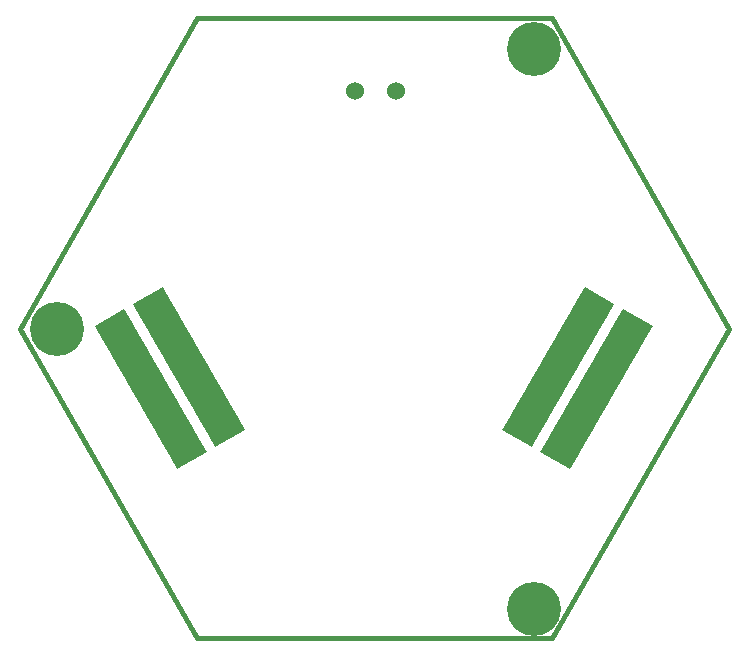
<source format=gbs>
G04 (created by PCBNEW-RS274X (2011-05-25)-stable) date Sat 31 Mar 2012 14:10:30 BST*
G01*
G70*
G90*
%MOIN*%
G04 Gerber Fmt 3.4, Leading zero omitted, Abs format*
%FSLAX34Y34*%
G04 APERTURE LIST*
%ADD10C,0.006000*%
%ADD11C,0.015000*%
%ADD12C,0.060000*%
%ADD13C,0.180000*%
G04 APERTURE END LIST*
G54D10*
G54D11*
X45400Y-39699D02*
X51305Y-29331D01*
X51305Y-50000D02*
X45400Y-39699D01*
X63116Y-50000D02*
X51305Y-50000D01*
X69022Y-39699D02*
X63116Y-50000D01*
X63116Y-29331D02*
X69022Y-39699D01*
X51305Y-29331D02*
X63116Y-29331D01*
G54D12*
X57939Y-31750D03*
X56561Y-31750D03*
G54D13*
X62520Y-30354D03*
X46614Y-39685D03*
X62520Y-49016D03*
G54D10*
G36*
X47889Y-39610D02*
X48880Y-39038D01*
X49129Y-39470D01*
X48138Y-40042D01*
X47889Y-39610D01*
X47889Y-39610D01*
G37*
G36*
X49159Y-38877D02*
X50150Y-38305D01*
X50399Y-38737D01*
X49408Y-39309D01*
X49159Y-38877D01*
X49159Y-38877D01*
G37*
G36*
X48139Y-40043D02*
X49130Y-39471D01*
X49379Y-39903D01*
X48388Y-40475D01*
X48139Y-40043D01*
X48139Y-40043D01*
G37*
G36*
X49409Y-39310D02*
X50400Y-38738D01*
X50649Y-39170D01*
X49658Y-39742D01*
X49409Y-39310D01*
X49409Y-39310D01*
G37*
G36*
X48389Y-40476D02*
X49380Y-39904D01*
X49629Y-40336D01*
X48638Y-40908D01*
X48389Y-40476D01*
X48389Y-40476D01*
G37*
G36*
X49659Y-39743D02*
X50650Y-39171D01*
X50899Y-39603D01*
X49908Y-40175D01*
X49659Y-39743D01*
X49659Y-39743D01*
G37*
G36*
X48639Y-40909D02*
X49630Y-40337D01*
X49879Y-40769D01*
X48888Y-41341D01*
X48639Y-40909D01*
X48639Y-40909D01*
G37*
G36*
X49909Y-40176D02*
X50900Y-39604D01*
X51149Y-40036D01*
X50158Y-40608D01*
X49909Y-40176D01*
X49909Y-40176D01*
G37*
G36*
X48889Y-41342D02*
X49880Y-40770D01*
X50129Y-41202D01*
X49138Y-41774D01*
X48889Y-41342D01*
X48889Y-41342D01*
G37*
G36*
X50159Y-40609D02*
X51150Y-40037D01*
X51399Y-40469D01*
X50408Y-41041D01*
X50159Y-40609D01*
X50159Y-40609D01*
G37*
G36*
X49139Y-41776D02*
X50130Y-41204D01*
X50379Y-41636D01*
X49388Y-42208D01*
X49139Y-41776D01*
X49139Y-41776D01*
G37*
G36*
X50409Y-41042D02*
X51400Y-40470D01*
X51649Y-40902D01*
X50658Y-41474D01*
X50409Y-41042D01*
X50409Y-41042D01*
G37*
G36*
X49389Y-42209D02*
X50380Y-41637D01*
X50629Y-42069D01*
X49638Y-42641D01*
X49389Y-42209D01*
X49389Y-42209D01*
G37*
G36*
X50659Y-41476D02*
X51650Y-40904D01*
X51899Y-41336D01*
X50908Y-41908D01*
X50659Y-41476D01*
X50659Y-41476D01*
G37*
G36*
X49639Y-42642D02*
X50630Y-42070D01*
X50879Y-42502D01*
X49888Y-43074D01*
X49639Y-42642D01*
X49639Y-42642D01*
G37*
G36*
X50909Y-41909D02*
X51900Y-41337D01*
X52149Y-41769D01*
X51158Y-42341D01*
X50909Y-41909D01*
X50909Y-41909D01*
G37*
G36*
X49889Y-43075D02*
X50880Y-42503D01*
X51129Y-42935D01*
X50138Y-43507D01*
X49889Y-43075D01*
X49889Y-43075D01*
G37*
G36*
X51159Y-42342D02*
X52150Y-41770D01*
X52399Y-42202D01*
X51408Y-42774D01*
X51159Y-42342D01*
X51159Y-42342D01*
G37*
G36*
X50139Y-43508D02*
X51130Y-42936D01*
X51379Y-43368D01*
X50388Y-43940D01*
X50139Y-43508D01*
X50139Y-43508D01*
G37*
G36*
X51409Y-42775D02*
X52400Y-42203D01*
X52649Y-42635D01*
X51658Y-43207D01*
X51409Y-42775D01*
X51409Y-42775D01*
G37*
G36*
X50389Y-43941D02*
X51380Y-43369D01*
X51629Y-43801D01*
X50638Y-44373D01*
X50389Y-43941D01*
X50389Y-43941D01*
G37*
G36*
X51659Y-43208D02*
X52650Y-42636D01*
X52899Y-43068D01*
X51908Y-43640D01*
X51659Y-43208D01*
X51659Y-43208D01*
G37*
G36*
X64221Y-38305D02*
X65212Y-38877D01*
X64963Y-39309D01*
X63972Y-38737D01*
X64221Y-38305D01*
X64221Y-38305D01*
G37*
G36*
X65491Y-39038D02*
X66482Y-39610D01*
X66233Y-40042D01*
X65242Y-39470D01*
X65491Y-39038D01*
X65491Y-39038D01*
G37*
G36*
X63971Y-38738D02*
X64962Y-39310D01*
X64713Y-39742D01*
X63722Y-39170D01*
X63971Y-38738D01*
X63971Y-38738D01*
G37*
G36*
X65241Y-39471D02*
X66232Y-40043D01*
X65983Y-40475D01*
X64992Y-39903D01*
X65241Y-39471D01*
X65241Y-39471D01*
G37*
G36*
X63721Y-39171D02*
X64712Y-39743D01*
X64463Y-40175D01*
X63472Y-39603D01*
X63721Y-39171D01*
X63721Y-39171D01*
G37*
G36*
X64991Y-39904D02*
X65982Y-40476D01*
X65733Y-40908D01*
X64742Y-40336D01*
X64991Y-39904D01*
X64991Y-39904D01*
G37*
G36*
X63471Y-39604D02*
X64462Y-40176D01*
X64213Y-40608D01*
X63222Y-40036D01*
X63471Y-39604D01*
X63471Y-39604D01*
G37*
G36*
X64741Y-40337D02*
X65732Y-40909D01*
X65483Y-41341D01*
X64492Y-40769D01*
X64741Y-40337D01*
X64741Y-40337D01*
G37*
G36*
X63221Y-40037D02*
X64212Y-40609D01*
X63963Y-41041D01*
X62972Y-40469D01*
X63221Y-40037D01*
X63221Y-40037D01*
G37*
G36*
X64491Y-40770D02*
X65482Y-41342D01*
X65233Y-41774D01*
X64242Y-41202D01*
X64491Y-40770D01*
X64491Y-40770D01*
G37*
G36*
X62971Y-40470D02*
X63962Y-41042D01*
X63713Y-41474D01*
X62722Y-40902D01*
X62971Y-40470D01*
X62971Y-40470D01*
G37*
G36*
X64241Y-41204D02*
X65232Y-41776D01*
X64983Y-42208D01*
X63992Y-41636D01*
X64241Y-41204D01*
X64241Y-41204D01*
G37*
G36*
X62721Y-40904D02*
X63712Y-41476D01*
X63463Y-41908D01*
X62472Y-41336D01*
X62721Y-40904D01*
X62721Y-40904D01*
G37*
G36*
X63991Y-41637D02*
X64982Y-42209D01*
X64733Y-42641D01*
X63742Y-42069D01*
X63991Y-41637D01*
X63991Y-41637D01*
G37*
G36*
X62471Y-41337D02*
X63462Y-41909D01*
X63213Y-42341D01*
X62222Y-41769D01*
X62471Y-41337D01*
X62471Y-41337D01*
G37*
G36*
X63741Y-42070D02*
X64732Y-42642D01*
X64483Y-43074D01*
X63492Y-42502D01*
X63741Y-42070D01*
X63741Y-42070D01*
G37*
G36*
X62221Y-41770D02*
X63212Y-42342D01*
X62963Y-42774D01*
X61972Y-42202D01*
X62221Y-41770D01*
X62221Y-41770D01*
G37*
G36*
X63491Y-42503D02*
X64482Y-43075D01*
X64233Y-43507D01*
X63242Y-42935D01*
X63491Y-42503D01*
X63491Y-42503D01*
G37*
G36*
X61971Y-42203D02*
X62962Y-42775D01*
X62713Y-43207D01*
X61722Y-42635D01*
X61971Y-42203D01*
X61971Y-42203D01*
G37*
G36*
X63241Y-42936D02*
X64232Y-43508D01*
X63983Y-43940D01*
X62992Y-43368D01*
X63241Y-42936D01*
X63241Y-42936D01*
G37*
G36*
X61721Y-42636D02*
X62712Y-43208D01*
X62463Y-43640D01*
X61472Y-43068D01*
X61721Y-42636D01*
X61721Y-42636D01*
G37*
G36*
X62991Y-43369D02*
X63982Y-43941D01*
X63733Y-44373D01*
X62742Y-43801D01*
X62991Y-43369D01*
X62991Y-43369D01*
G37*
M02*

</source>
